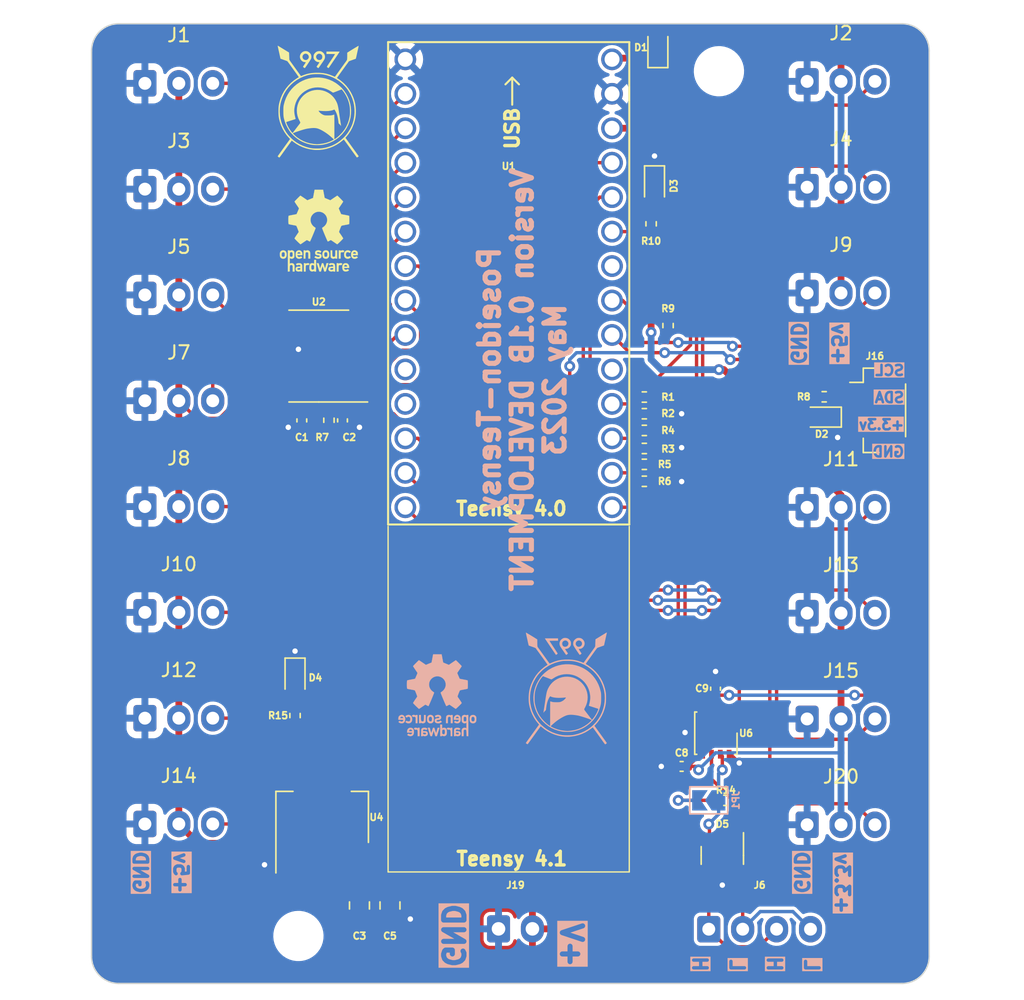
<source format=kicad_pcb>
(kicad_pcb (version 20221018) (generator pcbnew)
  (layers (0 "F.Cu" signal) (1 "In1.Cu" power) (2 "In2.Cu" power) (31 "B.Cu" signal) (34 "B.Paste" user) (35 "F.Paste" user) (36 "B.SilkS" user "B.Silkscreen") (37 "F.SilkS" user "F.Silkscreen") (38 "B.Mask" user) (39 "F.Mask" user) (44 "Edge.Cuts" user))
  (net 0 "")
  (net 1 "GND")
  (net 2 "+5V")
  (net 3 "+3.3V")
  (net 4 "CANL")
  (net 5 "CANH")
  (net 6 "TXCAN")
  (net 7 "RXCAN")
  (net 8 "5GPIO0")
  (net 9 "5GPIO4")
  (net 10 "5GPIO1")
  (net 11 "5GPIO5")
  (net 12 "5GPIO2")
  (net 13 "5GPIO6")
  (net 14 "5GPIO3")
  (net 15 "5GPIO7")
  (net 16 "SCL")
  (net 17 "SDA")
  (net 18 "3GPIO7")
  (net 19 "3GPIO6")
  (net 20 "3GPIO5")
  (net 21 "VIN")
  (net 22 "5ADC0")
  (net 23 "5ADC1")
  (net 24 "5ADC2")
  (net 25 "3ADC0")
  (net 26 "3ADC1")
  (net 27 "3ADC2")
  (net 28 "Net-(D1-K)")
  (net 29 "Net-(D2-K)")
  (net 30 "Net-(D3-A)")
  (net 31 "Net-(D4-A)")
  (net 32 "Net-(JP1-B)")
  (net 33 "Net-(U2-OE)")
  (net 34 "Net-(U1-21_A7_RX5_BCLK1)")
  (net 39 "3GPIO8")
  (net 40 "3GPIO10")
  (net 41 "3GPIO9")
  (net 42 "3GPIO4")
  (net 43 "3GPIO3")
  (net 44 "3GPIO2")
  (net 45 "3GPIO1")
  (net 46 "3GPIO0")
  (net 47 "3GPIO11")
  (footprint "Resistor_SMD:R_0402_1005Metric" (layer "F.Cu") (at 137.25 101.48 180)
    (fp_text reference "R4")
    (fp_text value "1.5k" hide)
  )
  (footprint "Connector_JST:JST_XH_B3B-XH-A_1x03_P2.50mm_Vertical" (layer "F.Cu") (at 149.25 130.55)
    (fp_text reference "J20")
    (fp_text value "Conn_01x03" hide)
  )
  (footprint "MountingHole:MountingHole_3.2mm_M3" (layer "F.Cu") (at 142.75 75)
    (fp_text reference "REF**" hide)
    (fp_text value "MountingHole_3.2mm_M3" hide)
  )
  (footprint "Diode_SMD:D_0603_1608Metric" (layer "F.Cu") (at 138.25 73.25 90)
    (fp_text reference "D1")
    (fp_text value "D_Schottky" hide)
  )
  (footprint "LED_SMD:LED_0603_1608Metric" (layer "F.Cu") (at 111.5 119.75 -90)
    (fp_text reference "D4")
    (fp_text value "LED" hide)
  )
  (footprint "Connector_JST:JST_XH_B3B-XH-A_1x03_P2.50mm_Vertical" (layer "F.Cu") (at 100.433645 130.493662)
    (fp_text reference "J14")
    (fp_text value "Conn_01x03" hide)
  )
  (footprint "Resistor_SMD:R_0402_1005Metric" (layer "F.Cu") (at 137.25 103.98 180)
    (fp_text reference "R5")
    (fp_text value "1.5k" hide)
  )
  (footprint "Package_SO:TSSOP-20_4.4x6.5mm_P0.65mm" (layer "F.Cu") (at 113.25 96 180)
    (fp_text reference "U2")
    (fp_text value "TXB0108DQSR" hide)
  )
  (footprint "Package_DFN_QFN:DFN-8-1EP_3x3mm_P0.65mm_EP1.55x2.4mm" (layer "F.Cu") (at 142.525 123.8 -90)
    (fp_text reference "U6")
    (fp_text value "MCP2542FDxMF" hide)
  )
  (footprint "MountingHole:MountingHole_3.2mm_M3" (layer "F.Cu") (at 111.75 138.75)
    (fp_text reference "REF**" hide)
    (fp_text value "MountingHole_3.2mm_M3" hide)
  )
  (footprint "teensy:Teensy40" (layer "F.Cu") (at 127.25 90.635 -90)
    (fp_text reference "U1")
    (fp_text value "Teensy4.0" hide)
  )
  (footprint "Connector_JST:JST_SH_BM04B-SRSS-TB_1x04-1MP_P1.00mm_Vertical" (layer "F.Cu") (at 154.5 100 -90)
    (fp_text reference "J16")
    (fp_text value "Conn_01x04" hide)
  )
  (footprint "Package_TO_SOT_SMD:SOT-223-3_TabPin2" (layer "F.Cu") (at 113.5 130 90)
    (fp_text reference "U4")
    (fp_text value "NCP1117-5.0_SOT223" hide)
  )
  (footprint "Capacitor_SMD:C_0805_2012Metric" (layer "F.Cu") (at 118.5 136.5 -90)
    (fp_text reference "C5")
    (fp_text value "10 uF" hide)
  )
  (footprint "Connector_JST:JST_XH_B3B-XH-A_1x03_P2.50mm_Vertical" (layer "F.Cu") (at 149.25 107.15)
    (fp_text reference "J11")
    (fp_text value "Conn_01x03" hide)
  )
  (footprint "Connector_JST:JST_XH_B3B-XH-A_1x03_P2.50mm_Vertical" (layer "F.Cu") (at 149.25 91.35)
    (fp_text reference "J9")
    (fp_text value "Conn_01x03" hide)
  )
  (footprint "Capacitor_SMD:C_0402_1005Metric" (layer "F.Cu") (at 115 100.74052 -90)
    (fp_text reference "C2")
    (fp_text value "0.1 uF" hide)
  )
  (footprint "Resistor_SMD:R_0402_1005Metric" (layer "F.Cu") (at 150.51 99)
    (fp_text reference "R8")
    (fp_text value "10k" hide)
  )
  (footprint "Capacitor_SMD:C_0402_1005Metric" (layer "F.Cu") (at 142.5 120.52 -90)
    (fp_text reference "C9")
    (fp_text value "0.1 uF" hide)
  )
  (footprint "Connector_JST:JST_XH_B3B-XH-A_1x03_P2.50mm_Vertical" (layer "F.Cu") (at 100.433645 83.693662)
    (fp_text reference "J3")
    (fp_text value "Conn_01x03" hide)
  )
  (footprint "Connector_JST:JST_XH_B3B-XH-A_1x03_P2.50mm_Vertical" (layer "F.Cu") (at 100.433645 107.093662)
    (fp_text reference "J8")
    (fp_text value "Conn_01x03" hide)
  )
  (footprint "Connector_JST:JST_XH_B3B-XH-A_1x03_P2.50mm_Vertical" (layer "F.Cu") (at 149.25 83.55)
    (fp_text reference "J4")
    (fp_text value "Conn_01x03" hide)
  )
  (footprint "Connector_JST:JST_XH_B3B-XH-A_1x03_P2.50mm_Vertical" (layer "F.Cu") (at 100.433645 75.893662)
    (fp_text reference "J1")
    (fp_text value "Conn_01x03" hide)
  )
  (footprint "Package_TO_SOT_SMD:SOT-23" (layer "F.Cu") (at 143 132.8125 -90)
    (fp_text reference "D5")
    (fp_text value "NUP2105L" hide)
  )
  (footprint "Connector_JST:JST_XH_B2B-XH-A_1x02_P2.50mm_Vertical" (layer "F.Cu") (at 126.5 138.225)
    (fp_text reference "J19")
    (fp_text value "Conn_01x02" hide)
  )
  (footprint "Connector_JST:JST_XH_B3B-XH-A_1x03_P2.50mm_Vertical" (layer "F.Cu") (at 100.433645 99.293662)
    (fp_text reference "J7")
    (fp_text value "Conn_01x03" hide)
  )
  (footprint "Connector_JST:JST_XH_B3B-XH-A_1x03_P2.50mm_Vertical" (layer "F.Cu") (at 149.25 75.75)
    (fp_text reference "J2")
    (fp_text value "Conn_01x03" hide)
  )
  (footprint "Resistor_SMD:R_0402_1005Metric" (layer "F.Cu") (at 111.5 122.5 -90)
    (fp_text reference "R15")
    (fp_text value "300" hide)
  )
  (footprint "Resistor_SMD:R_0402_1005Metric" (layer "F.Cu") (at 114 100.73052 90)
    (fp_text reference "R7")
    (fp_text value "10k" hide)
  )
  (footprint "Resistor_SMD:R_0402_1005Metric" (layer "F.Cu") (at 137.25 100.25)
    (fp_text reference "R2")
    (fp_text value "2.7k" hide)
  )
  (footprint "Resistor_SMD:R_0402_1005Metric" (layer "F.Cu") (at 139 93.75 -90)
    (fp_text reference "R9")
    (fp_text value "10k" hide)
  )
  (footprint "Connector_JST:JST_XH_B3B-XH-A_1x03_P2.50mm_Vertical" (layer "F.Cu") (at 100.433645 122.693662)
    (fp_text reference "J12")
    (fp_text value "Conn_01x03" hide)
  )
  (footprint "Connector_JST:JST_XH_B3B-XH-A_1x03_P2.50mm_Vertical" (layer "F.Cu") (at 149.25 114.95)
    (fp_text reference "J13")
    (fp_text value "Conn_01x03" hide)
  )
  (footprint "Connector_JST:JST_XH_B3B-XH-A_1x03_P2.50mm_Vertical" (layer "F.Cu") (at 149.25 122.75)
    (fp_text reference "J15")
    (fp_text value "Conn_01x03" hide)
  )
  (footprint "LED_SMD:LED_0603_1608Metric" (layer "F.Cu") (at 138 83.4625 -90)
    (fp_text reference "D3")
    (fp_text value "LED" hide)
  )
  (footprint "Capacitor_SMD:C_0402_1005Metric" (layer "F.Cu") (at 112 100.74052 -90)
    (fp_text reference "C1")
    (fp_text value "0.1 uF" hide)
  )
  (footprint "Diode_SMD:D_0603_1608Metric" (layer "F.Cu") (at 150.2875 100.5 180)
    (fp_text reference "D2")
    (fp_text value "D_Schottky" hide)
  )
  (footprint "Resistor_SMD:R_0402_1005Metric" (layer "F.Cu") (at 143.26 128.75)
    (fp_text reference "R14")
    (fp_text value "120" hide)
  )
  (footprint "Resistor_SMD:R_0402_1005Metric" (layer "F.Cu") (at 137.25 102.81)
    (fp_text reference "R3")
    (fp_text value "2.7k" hide)
  )
  (footprint "parts:997-big" (layer "F.Cu") (at 113.16271 76.75)
    (fp_text reference "1" hide)
    (fp_text value "LOGO" hide)
  )
  (footprint "Connector_JST:JST_XH_B3B-XH-A_1x03_P2.50mm_Vertical" (layer "F.Cu") (at 100.433645 114.893662)
    (fp_text reference "J10")
    (fp_text value "Conn_01x03" hide)
  )
  (footprint "Connector_JST:JST_XH_B3B-XH-A_1x03_P2.50mm_Vertical" (layer "F.Cu") (at 100.433645 91.493662)
    (fp_text reference "J5")
    (fp_text value "Conn_01x03" hide)
  )
  (footprint "Symbol:OSHW-Logo_5.7x6mm_SilkScreen" (layer "F.Cu") (at 113.25 86.75)
    (fp_text reference "oshw_f" hide)
    (fp_text value "OSHW-Logo_5.7x6mm_SilkScreen" hide)
  )
  (footprint "Capacitor_SMD:C_0402_1005Metric" (layer "F.Cu") (at 140 126.25 180)
    (fp_text reference "C8")
    (fp_text value "0.1 uF" hide)
  )
  (footprint "Capacitor_SMD:C_0805_2012Metric" (layer "F.Cu") (at 116.25 136.5 -90)
    (fp_text reference "C3")
    (fp_text value "10 uF" hide)
  )
  (footprint "Resistor_SMD:R_0402_1005Metric" (layer "F.Cu") (at 137.25 99.02 180)
    (fp_text reference "R1")
    (fp_text value "1.5k" hide)
  )
  (footprint "Resistor_SMD:R_0402_1005Metric" (layer "F.Cu") (at 137.25 105.23)
    (fp_text reference "R6")
    (fp_text value "2.7k" hide)
  )
  (footprint "Resistor_SMD:R_0402_1005Metric" (layer "F.Cu") (at 137.75 86.25 -90)
    (fp_text reference "R10")
    (fp_text value "300" hide)
  )
  (footprint "Connector_JST:JST_XH_B4B-XH-A_1x04_P2.50mm_Vertical" (layer "F.Cu") (at 142 138.25)
    (fp_text reference "J6")
    (fp_text value "Conn_01x04" hide)
  )
  (footprint "Jumper:SolderJumper-2_P1.3mm_Open_TrianglePad1.0x1.5mm" (layer "B.Cu") (at 142 128.75 180)
    (fp_text reference "JP1")
    (fp_text value "Jumper_2_Open" hide)
  )
  (footprint "parts:997-big" (layer "B.Cu") (at 131.543646 120.006338 180)
    (fp_text reference "2" hide)
    (fp_text value "LOGO" hide)
  )
  (footprint "Symbol:OSHW-Logo_5.7x6mm_SilkScreen" (layer "B.Cu") (at 122 121 180)
    (fp_text reference "oshw_b" hide)
    (fp_text value "OSHW-Logo_5.7x6mm_SilkScreen" hide)
  )
  (gr_line (start 118.36 108.55) (end 118.36 134.03) (stroke (width 0.1)) (layer "F.SilkS"))
  (gr_line (start 136.14 108.55) (end 136.14 134.03) (stroke (width 0.1)) (layer "F.SilkS"))
  (gr_line (start 127.51 75.47) (end 128.01 75.97) (stroke (width 0.15)) (layer "F.SilkS"))
  (gr_line (start 136.14 134.03) (end 118.36 134.03) (stroke (width 0.1)) (layer "F.SilkS"))
  (gr_line (start 127.51 77.47) (end 127.51 75.47) (stroke (width 0.15)) (layer "F.SilkS"))
  (gr_line (start 127.51 75.47) (end 127.01 75.97) (stroke (width 0.15)) (layer "F.SilkS"))
  (gr_line (start 158.25 73.5) (end 158.25 140.25) (stroke (width 0.1)) (layer "Edge.Cuts"))
  (gr_arc (start 98.5 142.25) (mid 97.085786 141.664214) (end 96.5 140.25) (stroke (width 0.1)) (layer "Edge.Cuts"))
  (gr_line (start 96.5 140.25) (end 96.5 73.5) (stroke (width 0.1)) (layer "Edge.Cuts"))
  (gr_arc (start 156.25 71.5) (mid 157.664214 72.085786) (end 158.25 73.5) (stroke (width 0.1)) (layer "Edge.Cuts"))
  (gr_arc (start 96.5 73.5) (mid 97.085786 72.085786) (end 98.5 71.5) (stroke (width 0.1)) (layer "Edge.Cuts"))
  (gr_line (start 98.5 71.5) (end 156.25 71.5) (stroke (width 0.1)) (layer "Edge.Cuts"))
  (gr_line (start 156.25 142.25) (end 98.5 142.25) (stroke (width 0.1)) (layer "Edge.Cuts"))
  (gr_arc (start 158.25 140.25) (mid 157.664214 141.664214) (end 156.25 142.25) (stroke (width 0.1)) (layer "Edge.Cuts"))
  (gr_text "L" (at 149 141.5 270) (layer "B.SilkS" knockout) (effects (font (size 1 1) (thickness 0.25) bold) (justify left bottom mirror)))
  (gr_text "+5v" (at 102.5 135.75 270) (layer "B.SilkS" knockout) (effects (font (size 1 1) (thickness 0.25) bold) (justify left bottom mirror)))
  (gr_text "H" (at 140.75 141.5 270) (layer "B.SilkS" knockout) (effects (font (size 1 1) (thickness 0.25) bold) (justify left bottom mirror)))
  (gr_text "+3.3v" (at 151.25 137.25 270) (layer "B.SilkS" knockout) (effects (font (size 1 1) (thickness 0.25) bold) (justify left bottom mirror)))
  (gr_text "GND" (at 148.25 135.75 270) (layer "B.SilkS" knockout) (effects (font (size 1 1) (thickness 0.25) bold) (justify left bottom mirror)))
  (gr_text "SDA" (at 156.5 99.5) (layer "B.SilkS" knockout) (effects (font (size 0.75 0.75) (thickness 0.1875) bold) (justify left bottom mirror)))
  (gr_text "GND" (at 122.25 141.25 270) (layer "B.SilkS" knockout) (effects (font (size 1.5 1.5) (thickness 0.375) bold) (justify left bottom mirror)))
  (gr_text "+5v" (at 151 96.75 270) (layer "B.SilkS" knockout) (effects (font (size 1 1) (thickness 0.25) bold) (justify left bottom mirror)))
  (gr_text "H" (at 146.25 141.5 270) (layer "B.SilkS" knockout) (effects (font (size 1 1) (thickness 0.25) bold) (justify left bottom mirror)))
  (gr_text "SCL" (at 156.5 97.5) (layer "B.SilkS" knockout) (effects (font (size 0.75 0.75) (thickness 0.1875) bold) (justify left bottom mirror)))
  (gr_text "Poseidon-Teensy\nVersion 0.1B DEVELOPMENT\nMay 2023" (at 128.25 97.75 90) (layer "B.SilkS") (effects (font (size 1.5 1.5) (thickness 0.375)) (justify mirror)))
  (gr_text "GND" (at 99.5 135.75 270) (layer "B.SilkS" knockout) (effects (font (size 1 1) (thickness 0.25) bold) (justify left bottom mirror)))
  (gr_text "+V" (at 131 141.25 270) (layer "B.SilkS" knockout) (effects (font (size 1.5 1.5) (thickness 0.375) bold) (justify left bottom mirror)))
  (gr_text "GND" (at 148 96.75 270) (layer "B.SilkS" knockout) (effects (font (size 1 1) (thickness 0.25) bold) (justify left bottom mirror)))
  (gr_text "L" (at 143.5 141.5 270) (layer "B.SilkS" knockout) (effects (font (size 1 1) (thickness 0.25) bold) (justify left bottom mirror)))
  (gr_text "+3.3v" (at 156.5 101.5) (layer "B.SilkS" knockout) (effects (font (size 0.75 0.75) (thickness 0.1875) bold) (justify left bottom mirror)))
  (gr_text "GND" (at 156.5 103.5) (layer "B.SilkS" knockout) (effects (font (size 0.75 0.75) (thickness 0.1875) bold) (justify left bottom mirror)))
  (gr_text "USB" (at 127.51 79.22 90) (layer "F.SilkS") (effects (font (size 1 1) (thickness 0.25))))
  (gr_text "Teensy 4.0" (at 127.45 107.25) (layer "F.SilkS") (effects (font (size 1 1) (thickness 0.25))))
  (gr_text "Teensy 4.1" (at 127.48 133.06) (layer "F.SilkS") (effects (font (size 1 1) (thickness 0.25))))
  (segment (start 111.2 133.15) (end 109.6 133.15) (width 0.5) (layer "F.Cu") (net 1))
  (segment (start 142.85 123.475) (end 142.525 123.8) (width 0.25) (layer "F.Cu") (net 1))
  (segment (start 140.3 123.8) (end 140.25 123.75) (width 0.25) (layer "F.Cu") (net 1))
  (segment (start 137.76 102.81) (end 139.94 102.81) (width 0.25) (layer "F.Cu") (net 1))
  (segment (start 143.6 125.35) (end 144.25 126) (width 0.25) (layer "F.Cu") (net 1))
  (segment (start 152 101.5) (end 151.5 102) (width 0.25) (layer "F.Cu") (net 1))
  (segment (start 137.76 105.23) (end 139.98 105.23) (width 0.25) (layer "F.Cu") (net 1))
  (segment (start 119.95 137.45) (end 120 137.5) (width 0.5) (layer "F.Cu") (net 1))
  (segment (start 143 133.75) (end 143 135) (width 0.25) (layer "F.Cu") (net 1))
  (segment (start 112 101.22052) (end 111.02948 101.22052) (width 0.25) (layer "F.Cu") (net 1))
  (segment (start 109.6 133.15) (end 109.25 133.5) (width 0.5) (layer "F.Cu") (net 1))
  (segment (start 142.85 122.25) (end 142.85 123.475) (width 0.25) (layer "F.Cu") (net 1))
  (segment (start 111.5 118.9625) (end 111.5 117.75) (width 0.25) (layer "F.Cu") (net 1))
  (segment (start 111.575 95.675) (end 111.75 95.5) (width 0.25) (layer "F.Cu") (net 1))
  (segment (start 139.52 126.25) (end 138.5 126.25) (width 0.25) (layer "F.Cu") (net 1))
  (segment (start 137.76 100.25) (end 140 100.25) (width 0.25) (layer "F.Cu") (net 1))
  (segment (start 142.5 120.04) (end 142.5 119.25) (width 0.25) (layer "F.Cu") (net 1))
  (segment (start 116.22052 101.22052) (end 116.25 101.25) (width 0.25) (layer "F.Cu") (net 1))
  (segment (start 115 101.22052) (end 116.22052 101.22052) (width 0.25) (layer "F.Cu") (net 1))
  (segment (start 153.175 101.5) (end 152 101.5) (width 0.25) (layer "F.Cu") (net 1))
  (segment (start 142.525 123.8) (end 140.3 123.8) (width 0.25) (layer "F.Cu") (net 1))
  (segment (start 139.98 105.23) (end 140 105.25) (width 0.25) (layer "F.Cu") (net 1))
  (segment (start 111.02948 101.22052) (end 111 101.25) (width 0.25) (layer "F.Cu") (net 1))
  (segment (start 118.5 137.45) (end 119.95 137.45) (width 0.5) (layer "F.Cu") (net 1))
  (segment (start 139.94 102.81) (end 140 102.75) (width 0.25) (layer "F.Cu") (net 1))
  (segment (start 138 82.675) (end 138 81.25) (width 0.25) (layer "F.Cu") (net 1))
  (segment (start 116.25 137.45) (end 118.5 137.45) (width 0.5) (layer "F.Cu") (net 1))
  (segment (start 110.3875 95.675) (end 111.575 95.675) (width 0.25) (layer "F.Cu") (net 1))
  (segment (start 143.5 125.35) (end 143.6 125.35) (width 0.25) (layer "F.Cu") (net 1))
  (via (at 109.25 133.5) (size 0.8) (drill 0.4) (layers "F.Cu" "B.Cu") (net 1))
  (via (at 138 81.25) (size 0.8) (drill 0.4) (layers "F.Cu" "B.Cu") (net 1))
  (via (at 111.75 95.5) (size 0.8) (drill 0.4) (layers "F.Cu" "B.Cu") (net 1))
  (via (at 111 101.25) (size 0.8) (drill 0.4) (layers "F.Cu" "B.Cu") (net 1))
  (via (at 111.5 117.75) (size 0.8) (drill 0.4) (layers "F.Cu" "B.Cu") (net 1))
  (via (at 151.5 102) (size 0.8) (drill 0.4) (layers "F.Cu" "B.Cu") (net 1))
  (via (at 140 102.75) (size 0.8) (drill 0.4) (layers "F.Cu" "B.Cu") (net 1))
  (via (at 140.25 123.75) (size 0.8) (drill 0.4) (layers "F.Cu" "B.Cu") (net 1))
  (via (at 138.5 126.25) (size 0.8) (drill 0.4) (layers "F.Cu" "B.Cu") (net 1))
  (via (at 143 135) (size 0.8) (drill 0.4) (layers "F.Cu" "B.Cu") (net 1))
  (via (at 140 100.25) (size 0.8) (drill 0.4) (layers "F.Cu" "B.Cu") (net 1))
  (via (at 142.5 119.25) (size 0.8) (drill 0.4) (layers "F.Cu" "B.Cu") (net 1))
  (via (at 144.25 126) (size 0.8) (drill 0.4) (layers "F.Cu" "B.Cu") (net 1))
  (via (at 140 105.25) (size 0.8) (drill 0.4) (layers "F.Cu" "B.Cu") (net 1))
  (via (at 116.25 101.25) (size 0.8) (drill 0.4) (layers "F.Cu" "B.Cu") (net 1))
  (via (at 120 137.5) (size 0.8) (drill 0.4) (layers "F.Cu" "B.Cu") (net 1))
  (segment (start 107.25 99.264008) (end 107.25 97.25) (width 0.25) (layer "F.Cu") (net 2))
  (segment (start 134.5 129.75) (end 116.5 129.75) (width 0.5) (layer "F.Cu") (net 2))
  (segment (start 156.25 121) (end 156.25 105) (width 0.5) (layer "F.Cu") (net 2))
  (segment (start 102.933645 107.093662) (end 102.933645 114.893662) (width 0.5) (layer "F.Cu") (net 2))
  (segment (start 150.7125 72.4625) (end 151.75 73.5) (width 0.5) (layer "F.Cu") (net 2))
  (segment (start 157.25 104) (end 157.25 91) (width 0.5) (layer "F.Cu") (net 2))
  (segment (start 151.75 91.35) (end 151.75 89.5) (width 0.5) (layer "F.Cu") (net 2))
  (segment (start 102.933645 130.493662) (end 104.358645 131.918662) (width 0.5) (layer "F.Cu") (net 2))
  (segment (start 154.75 141) (end 156.25 139.5) (width 0.5) (layer "F.Cu") (net 2))
  (segment (start 111.076041 96.325) (end 110.3875 96.325) (width 0.25) (layer "F.Cu") (net 2))
  (segment (start 102.933645 91.493662) (end 102.933645 99.293662) (width 0.5) (layer "F.Cu") (net 2))
  (segment (start 102.933645 114.893662) (end 102.933645 122.693662) (width 0.5) (layer "F.Cu") (net 2))
  (segment (start 108.175 96.325) (end 110.3875 96.325) (width 0.25) (layer "F.Cu") (net 2))
  (segment (start 155.75 89.5) (end 151.75 89.5) (width 0.5) (layer "F.Cu") (net 2))
  (segment (start 142.5 121) (end 143.5 121) (width 0.25) (layer "F.Cu") (net 2))
  (segment (start 151.75 89.5) (end 151.75 83.55) (width 0.5) (layer "F.Cu") (net 2))
  (segment (start 114.25 135.55) (end 113.5 134.8) (width 0.5) (layer "F.Cu") (net 2))
  (segment (start 102.933645 75.893662) (end 102.933645 83.693662) (width 0.5) (layer "F.Cu") (net 2))
  (segment (start 142.2 122.25) (end 142.2 121.3) (width 0.25) (layer "F.Cu") (net 2))
  (segment (start 142.2 121.3) (end 142.5 121) (width 0.25) (layer "F.Cu") (net 2))
  (segment (start 102.933645 122.693662) (end 102.933645 130.493662) (width 0.5) (layer "F.Cu") (net 2))
  (segment (start 137 141) (end 135.75 139.75) (width 0.5) (layer "F.Cu") (net 2))
  (segment (start 112 97.248959) (end 111.076041 96.325) (width 0.25) (layer "F.Cu") (net 2))
  (segment (start 135.75 139.75) (end 135.75 131) (width 0.5) (layer "F.Cu") (net 2))
  (segment (start 116.25 135.55) (end 114.25 135.55) (width 0.5) (layer "F.Cu") (net 2))
  (segment (start 104.233645 100.593662) (end 105.920346 100.593662) (width 0.25) (layer "F.Cu") (net 2))
  (segment (start 151.75 73.5) (end 151.75 75.75) (width 0.5) (layer "F.Cu") (net 2))
  (segment (start 112 100.26052) (end 112 97.248959) (width 0.25) (layer "F.Cu") (net 2))
  (segment (start 102.933645 99.293662) (end 104.233645 100.593662) (width 0.25) (layer "F.Cu") (net 2))
  (segment (start 156.25 139.5) (end 156.25 121) (width 0.5) (layer "F.Cu") (net 2))
  (segment (start 104.358645 131.918662) (end 108.581338 131.918662) (width 0.5) (layer "F.Cu") (net 2))
  (segment (start 135.75 132.25) (end 135.75 131) (width 0.5) (layer "F.Cu") (net 2))
  (segment (start 137 141) (end 154.75 141) (width 0.5) (layer "F.Cu") (net 2))
  (segment (start 156.25 105) (end 157.25 104) (width 0.5) (layer "F.Cu") (net 2))
  (segment (start 108.581338 131.918662) (end 110.75 129.75) (width 0.5) (layer "F.Cu") (net 2))
  (segment (start 157.25 91) (end 155.75 89.5) (width 0.5) (layer "F.Cu") (net 2))
  (segment (start 113.5 133.15) (end 113.5 134.8) (width 0.5) (layer "F.Cu") (net 2))
  (segment (start 135.75 139.25) (end 135.75 132.25) (width 0.5) (layer "F.Cu") (net 2))
  (segment (start 134.5 129.75) (end 135.75 131) (width 0.5) (layer "F.Cu") (net 2))
  (segment (start 102.933645 99.293662) (end 102.933645 107.093662) (width 0.5) (layer "F.Cu") (net 2))
  (segment (start 102.933645 83.693662) (end 102.933645 91.493662) (width 0.5) (layer "F.Cu") (net 2))
  (segment (start 138.25 72.4625) (end 150.7125 72.4625) (width 0.5) (layer "F.Cu") (net 2))
  (segment (start 152.75 121) (end 156.25 121) (width 0.25) (layer "F.Cu") (net 2))
  (segment (start 107.25 97.25) (end 108.175 96.325) (width 0.25) (layer "F.Cu") (net 2))
  (segment (start 105.920346 100.593662) (end 107.25 99.264008) (width 0.25) (layer "F.Cu") (net 2))
  (via (at 143.5 121) (size 0.8) (drill 0.4) (layers "F.Cu" "B.Cu") (net 2))
  (via (at 152.75 121) (size 0.8) (drill 0.4) (layers "F.Cu" "B.Cu") (net 2))
  (segment (start 151.75 83.55) (end 151.75 75.75) (width 0.5) (layer "B.Cu") (net 2))
  (segment (start 143.5 121) (end 152.75 121) (width 0.25) (layer "B.Cu") (net 2))
  (segment (start 149.5 99.5) (end 150 99) (width 0.25) (layer "F.Cu") (net 3))
  (segment (start 115 96.748959) (end 115.423959 96.325) (width 0.25) (layer "F.Cu") (net 3))
  (segment (start 131.75 100.25) (end 131.75 96.75) (width 0.25) (layer "F.Cu") (net 3))
  (segment (start 139.5 80) (end 138.705 79.205) (width 0.5) (layer "F.Cu") (net 3))
  (segment (start 144.5 98.382214) (end 143.117786 97) (width 0.5) (layer "F.Cu") (net 3))
  (segment (start 151.75 106.25) (end 150.25 104.75) (width 0.5) (layer "F.Cu") (net 3))
  (segment (start 137.75 94.25) (end 137.75 93.25) (width 0.5) (layer "F.Cu") (net 3))
  (segment (start 140.48 126.25) (end 141 126.25) (width 0.25) (layer "F.Cu") (net 3))
  (segment (start 150.25 104.75) (end 145.75 104.75) (width 0.5) (layer "F.Cu") (net 3))
  (segment (start 115 100.26052) (end 118.774529 100.26052) (width 0.25) (layer "F.Cu") (net 3))
  (segment (start 141.55 125.35) (end 141.38 125.35) (width 0.25) (layer "F.Cu") (net 3))
  (segment (start 143.117786 97) (end 142.75 97) (width 0.5) (layer "F.Cu") (net 3))
  (segment (start 115 100.26052) (end 115 96.748959) (width 0.25) (layer "F.Cu") (net 3))
  (segment (start 149.5 100.5) (end 144.5 100.5) (width 0.25) (layer "F.Cu") (net 3))
  (segment (start 137.75 93.25) (end 137.75 89) (width 0.5) (layer "F.Cu") (net 3))
  (segment (start 114 101.24052) (end 114.98 100.26052) (width 0.25) (layer "F.Cu") (net 3))
  (segment (start 141 126.25) (end 141.25 126.5) (width 0.25) (layer "F.Cu") (net 3))
  (segment (start 131.25 100.75) (end 131.75 100.25) (width 0.25) (layer "F.Cu") (net 3))
  (segment (start 118.774529 100.26052) (end 119.264009 100.75) (width 0.25) (layer "F.Cu") (net 3))
  (segment (start 144.5 100.5) (end 144.5 98.382214) (width 0.5) (layer "F.Cu") (net 3))
  (segment (start 139 93.24) (end 137.76 93.24) (width 0.25) (layer "F.Cu") (net 3))
  (segment (start 151.75 107.15) (end 151.75 106.25) (width 0.5) (layer "F.Cu") (net 3))
  (segment (start 141.38 125.35) (end 140.48 126.25) (width 0.25) (layer "F.Cu") (net 3))
  (segment (start 145.75 104.75) (end 144.5 103.5) (width 0.5) (layer "F.Cu") (net 3))
  (segment (start 137.75 89) (end 139.5 87.25) (width 0.5) (layer "F.Cu") (net 3))
  (segment (start 137.76 93.24) (end 137.75 93.25) (width 0.25) (layer "F.Cu") (net 3))
  (segment (start 149.5 100.5) (end 149.5 99.5) (width 0.25) (layer "F.Cu") (net 3))
  (segment (start 119.264009 100.75) (end 131.25 100.75) (width 0.25) (layer "F.Cu") (net 3))
  (segment (start 115.423959 96.325) (end 116.1125 96.325) (width 0.25) (layer "F.Cu") (net 3))
  (segment (start 139.5 87.25) (end 139.5 80) (width 0.5) (layer "F.Cu") (net 3))
  (segment (start 151.75 122.75) (end 151.75 114.95) (width 0.5) (layer "F.Cu") (net 3))
  (segment (start 144.5 103.5) (end 144.5 100.5) (width 0.5) (layer "F.Cu") (net 3))
  (segment (start 138.705 79.205) (end 134.87 79.205) (width 0.5) (layer "F.Cu") (net 3))
  (via (at 131.75 96.75) (size 0.8) (drill 0.4) (layers "F.Cu" "B.Cu") (net 3))
  (via (at 142.75 97) (size 0.8) (drill 0.4) (layers "F.Cu" "B.Cu") (net 3))
  (via (at 141.25 126.5) (size 0.8) (drill 0.4) (layers "F.Cu" "B.Cu") (net 3))
  (via (at 137.75 94.25) (size 0.8) (drill 0.4) (layers "F.Cu" "B.Cu") (net 3))
  (segment (start 151.75 107.15) (end 151.75 114.95) (width 0.5) (layer "B.Cu") (net 3))
  (segment (start 138.5 97) (end 142.75 97) (width 0.5) (layer "B.Cu") (net 3))
  (segment (start 142.5 125.25) (end 151.75 125.25) (width 0.25) (layer "B.Cu") (net 3))
  (segment (start 137.75 95.75) (end 137.75 94.25) (width 0.5) (layer "B.Cu") (net 3))
  (segment (start 141.25 126.5) (end 142.5 125.25) (width 0.25) (layer "B.Cu") (net 3))
  (segment (start 132.25 95.75) (end 131.75 96.25) (width 0.25) (layer "B.Cu") (net 3))
  (segment (start 131.75 96.25) (end 131.75 96.75) (width 0.25) (layer "B.Cu") (net 3))
  (segment (start 132.25 95.75) (end 137.75 95.75) (width 0.25) (layer "B.Cu") (net 3))
  (segment (start 151.75 125.25) (end 151.75 130.55) (width 0.5) (layer "B.Cu") (net 3))
  (segment (start 138.5 97) (end 137.75 96.25) (width 0.5) (layer "B.Cu") (net 3))
  (segment (start 151.75 122.75) (end 151.75 125.25) (width 0.5) (layer "B.Cu") (net 3))
  (segment (start 137.75 96.25) (end 137.75 95.75) (width 0.5) (layer "B.Cu") (net 3))
  (segment (start 143.77 128.75) (end 143.77 131.695) (width 0.25) (layer "F.Cu") (net 4))
  (segment (start 143.95 131.875) (end 144.5 132.425) (width 0.25) (layer "F.Cu") (net 4))
  (segment (start 144.5 132.425) (end 144.5 138.25) (width 0.25) (layer "F.Cu") (net 4))
  (segment (start 143.77 128.75) (end 142.2 127.18) (width 0.25) (layer "F.Cu") (net 4))
  (segment (start 142.2 127.18) (end 142.2 125.35) (width 0.25) (layer "F.Cu") (net 4))
  (segment (start 143.77 131.695) (end 143.95 131.875) (width 0.25) (layer "F.Cu") (net 4))
  (segment (start 148.2 136.95) (end 149.5 138.25) (width 0.25) (layer "B.Cu") (net 4))
  (segment (start 144.5 138.25) (end 145.8 136.95) (width 0.25) (layer "B.Cu") (net 4))
  (segment (start 145.8 136.95) (end 148.2 136.95) (width 0.25) (layer "B.Cu") (net 4))
  (segment (start 143 126.5) (end 143 125.5) (width 0.25) (layer "F.Cu") (net 5))
  (segment (start 143.3 139.55) (end 145.7 139.55) (width 0.25) (layer "F.Cu") (net 5))
  (segment (start 142 138.25) (end 143.3 139.55) (width 0.25) (layer "F.Cu") (net 5))
  (segment (start 143 125.5) (end 142.85 125.35) (width 0.25) (layer "F.Cu") (net 5))
  (segment (start 142 138.25) (end 142 131.925) (width 0.25) (layer "F.Cu") (net 5))
  (segment (start 145.7 139.55) (end 147 138.25) (width 0.25) (layer "F.Cu") (net 5))
  (segment (start 142.05 131.875) (end 142.05 130.55) (width 0.25) (layer "F.Cu") (net 5))
  (segment (start 142.05 130.55) (end 142 130.5) (width 0.25) (layer "F.Cu") (net 5))
  (segment (start 142 131.925) (end 142.05 131.875) (width 0.25) (layer "F.Cu") (net 5))
  (via (at 142 130.5) (size 0.8) (drill 0.4) (layers "F.Cu" "B.Cu") (net 5))
  (via (at 143 126.5) (size 0.8) (drill 0.4) (layers "F.Cu" "B.Cu") (net 5))
  (segment (start 142.725 126.775) (end 143 126.5) (width 0.25) (layer "B.Cu") (net 5))
  (segment (start 142 130.5) (end 142.725 129.775) (width 0.25) (layer "B.Cu") (net 5))
  (segment (start 142.725 128.75) (end 142.725 126.775) (width 0.25) (layer "B.Cu") (net 5))
  (segment (start 142.725 129.775) (end 142.725 128.75) (width 0.25) (layer "B.Cu") (net 5))
  (segment (start 144.25 121.5) (end 143.5 122.25) (width 0.25) (layer "F.Cu") (net 6))
  (segment (start 139.25 108.5) (end 140.25 109.5) (width 0.25) (layer "F.Cu") (net 6))
  (segment (start 144.25 119.5) (end 144.25 121.5) (width 0.25) (layer "F.Cu") (net 6))
  (segment (start 143 118.25) (end 144.25 119.5) (width 0.25) (layer "F.Cu") (net 6))
  (segment (start 133.25 85) (end 133.25 108) (width 0.25) (layer "F.Cu") (net 6))
  (segment (start 133.25 108) (end 133.75 108.5) (width 0.25) (layer "F.Cu") (net 6))
  (segment (start 140.25 117.25) (end 141.25 118.25) (width 0.25) (layer "F.Cu") (net 6))
  (segment (start 133.965 84.285) (end 133.25 85) (width 0.25) (layer "F.Cu") (net 6))
  (segment (start 133.75 108.5) (end 139.25 108.5) (width 0.25) (layer "F.Cu") (net 6))
  (segment (start 140.25 109.5) (end 140.25 117.25) (width 0.25) (layer "F.Cu") (net 6))
  (segment (start 141.25 118.25) (end 143 118.25) (width 0.25) (layer "F.Cu") (net 6))
  (segment (start 134.87 84.285) (end 133.965 84.285) (width 0.25) (layer "F.Cu") (net 6))
  (segment (start 139.75 120.5) (end 139.75 109.75) (width 0.25) (layer "F.Cu") (net 7))
  (segment (start 133.5 109) (end 132.75 108.25) (width 0.25) (layer "F.Cu") (net 7))
  (segment (start 139.75 109.75) (end 139 109) (width 0.25) (layer "F.Cu") (net 7))
  (segment (start 132.75 82.5) (end 133.505 81.745) (width 0.25) (layer "F.Cu") (net 7))
  (segment (start 141.55 122.25) (end 141.5 122.25) (width 0.25) (layer "F.Cu") (net 7))
  (segment (start 139 109) (end 133.5 109) (width 0.25) (layer "F.Cu") (net 7))
  (segment (start 141.5 122.25) (end 139.75 120.5) (width 0.25) (layer "F.Cu") (net 7))
  (segment (start 132.75 108.25) (end 132.75 82.5) (width 0.25) (layer "F.Cu") (net 7))
  (segment (start 133.505 81.745) (end 134.87 81.745) (width 0.25) (layer "F.Cu") (net 7))
  (segment (start 108.143662 75.893662) (end 105.433645 75.893662) (width 0.25) (layer "F.Cu") (net 8))
  (segment (start 110.3875 93.075) (end 109.25 91.9375) (width 0.25) (layer "F.Cu") (net 8))
  (segment (start 109.25 91.9375) (end 109.25 77) (width 0.25) (layer "F.Cu") (net 8))
  (segment (start 109.25 77) (end 108.143662 75.893662) (width 0.25) (layer "F.Cu") (net 8))
  (segment (start 105.433645 107.093662) (end 107.156338 107.093662) (width 0.25) (layer "F.Cu") (net 9))
  (segment (start 107.75 106.5) (end 107.75 97.75) (width 0.25) (layer "F.Cu") (net 9))
  (segment (start 107.75 97.75) (end 108.525 96.975) (width 0.25) (layer "F.Cu") (net 9))
  (segment (start 107.156338 107.093662) (end 107.75 106.5) (width 0.25) (layer "F.Cu") (net 9))
  (segment (start 108.525 96.975) (end 110.3875 96.975) (width 0.25) (layer "F.Cu") (net 9))
  (segment (start 105.433645 83.693662) (end 107.943662 83.693662) (width 0.25) (layer "F.Cu") (net 10))
  (segment (start 108.75 92.776041) (end 109.698959 93.725) (width 0.25) (layer "F.Cu") (net 10))
  (segment (start 109.698959 93.725) (end 110.3875 93.725) (width 0.25) (layer "F.Cu") (net 10))
  (segment (start 108.75 84.5) (end 108.75 92.776041) (width 0.25) (layer "F.Cu") (net 10))
  (segment (start 107.943662 83.693662) (end 108.75 84.5) (width 0.25) (layer "F.Cu") (net 10))
  (segment (start 107.356338 114.893662) (end 108.25 114) (width 0.25) (layer "F.Cu") (net 11))
  (segment (start 108.25 114) (end 108.25 98.5) (width 0.25) (layer "F.Cu") (net 11))
  (segment (start 105.433645 114.893662) (end 107.356338 114.893662) (width 0.25) (layer "F.Cu") (net 11))
  (segment (start 109.125 97.625) (end 110.3875 97.625) (width 0.25) (layer "F.Cu") (net 11))
  (segment (start 108.25 98.5) (end 109.125 97.625) (width 0.25) (layer "F.Cu") (net 11))
  (segment (start 110.3875 94.375) (end 109.286701 94.375) (width 0.25) (layer "F.Cu") (net 12))
  (segment (start 109.286701 94.375) (end 109.236701 94.325) (width 0.25) (layer "F.Cu") (net 12))
  (segment (start 108.139983 94.325) (end 105.433645 91.618662) (width 0.25) (layer "F.Cu") (net 12))
  (segment (start 109.236701 94.325) (end 108.139983 94.325) (width 0.25) (layer "F.Cu") (net 12))
  (segment (start 108.75 122) (end 108.75 99.223959) (width 0.25) (layer "F.Cu") (net 13))
  (segment (start 108.056338 122.693662) (end 108.75 122) (width 0.25) (layer "F.Cu") (net 13))
  (segment (start 105.433645 122.693662) (end 108.056338 122.693662) (width 0.25) (layer "F.Cu") (net 13))
  (segment (start 109.698959 98.275) (end 110.3875 98.275) (width 0.25) (layer "F.Cu") (net 13))
  (segment (start 108.75 99.223959) (end 109.698959 98.275) (width 0.25) (layer "F.Cu") (net 13))
  (segment (start 105.433645 96.54105) (end 106.949695 95.025) (width 0.25) (layer "F.Cu") (net 14))
  (segment (start 106.949695 95.025) (end 110.3875 95.025) (width 0.25) (layer "F.Cu") (net 14))
  (segment (start 105.433645 99.293662) (end 105.433645 96.54105) (width 0.25) (layer "F.Cu") (net 14))
  (segment (start 109.25 99.75) (end 109.25 129.75) (width 0.25) (layer "F.Cu") (net 15))
  (segment (start 109.25 129.75) (end 108.506338 130.493662) (width 0.25) (layer "F.Cu") (net 15))
  (segment (start 108.506338 130.493662) (end 105.433645 130.493662) (width 0.25) (layer "F.Cu") (net 15))
  (segment (start 110.075 98.925) (end 109.25 99.75) (width 0.25) (layer "F.Cu") (net 15))
  (segment (start 151.26 95.25) (end 152.25 95.25) (width 0.25) (layer "F.Cu") (net 16))
  (segment (start 136.25 92.5) (end 135.655 91.905) (width 0.25) (layer "F.Cu") (net 16))
  (segment (start 135.655 91.905) (end 134.87 91.905) (width 0.25) (layer "F.Cu") (net 16))
  (segment (start 139 94.26) (end 139 95) (width 0.25) (layer "F.Cu") (net 16))
  (segment (start 136.25 94.25) (end 136.25 92.5) (width 0.25) (layer "F.Cu") (net 16))
  (segment (start 139.75 95) (end 139 95) (width 0.25) (layer "F.Cu") (net 16))
  (segment (start 139 95) (end 137 95) (width 0.25) (layer "F.Cu") (net 16))
  (segment (start 137 95) (end 136.25 94.25) (width 0.25) (layer "F.Cu") (net 16))
  (segment (start 153.175 96.175) (end 153.175 98.5) (width 0.25) (layer "F.Cu") (net 16))
  (segment (start 152.25 95.25) (end 153.175 96.175) (width 0.25) (layer "F.Cu") (net 16))
  (segment (start 143.750153 95.275153) (end 151.234847 95.275153) (width 0.25) (layer "F.Cu") (net 16))
  (via (at 143.750153 95.275153) (size 0.8) (drill 0.4) (layers "F.Cu" "B.Cu") (net 16))
  (via (at 139.75 95) (size 0.8) (drill 0.4) (layers "F.Cu" "B.Cu") (net 16))
  (segment (start 139.75 95) (end 143.475 95) (width 0.25) (layer "B.Cu") (net 16))
  (segment (start 143.475 95) (end 143.750153 95.275153) (width 0.25) (layer "B.Cu") (net 16))
  (segment (start 153.175 99.5) (end 151.52 99.5) (width 0.25) (layer "F.Cu") (net 17))
  (segment (start 151.52 99.5) (end 151.02 99) (width 0.25) (layer "F.Cu") (net 17))
  (segment (start 150.5 96.25) (end 143.591198 96.25) (width 0.25) (layer "F.Cu") (net 17))
  (segment (start 138.75 95.75) (end 136.175 95.75) (width 0.25) (layer "F.Cu") (net 17))
  (segment (start 143.591198 96.25) (end 143.580533 96.260665) (width 0.25) (layer "F.Cu") (net 17))
  (segment (start 151.02 96.77) (end 150.5 96.25) (width 0.25) (layer "F.Cu") (net 17))
  (segment (start 151.02 99) (end 151.02 96.77) (width 0.25) (layer "F.Cu") (net 17))
  (segment (start 136.175 95.75) (end 134.87 94.445) (width 0.25) (layer "F.Cu") (net 17))
  (via (at 138.75 95.75) (size 0.8) (drill 0.4) (layers "F.Cu" "B.Cu") (net 17))
  (via (at 143.580533 96.260665) (size 0.8) (drill 0.4) (layers "F.Cu" "B.Cu") (net 17))
  (segment (start 138.75 95.75) (end 143.069868 95.75) (width 0.25) (layer "B.Cu") (net 17))
  (segment (start 143.069868 95.75) (end 143.580533 96.260665) (width 0.25) (layer "B.Cu") (net 17))
  (segment (start 121.25 90) (end 121.25 97) (width 0.25) (layer "F.Cu") (net 18))
  (segment (start 118.349009 98.925) (end 116.1125 98.925) (width 0.25) (layer "F.Cu") (net 18))
  (segment (start 119.63 89.365) (end 120.615 89.365) (width 0.25) (layer "F.Cu") (net 18))
  (segment (start 121.25 97) (end 120.14 98.11) (width 0.25) (layer "F.Cu") (net 18))
  (segment (start 120.14 98.11) (end 119.164009 98.11) (width 0.25) (layer "F.Cu") (net 18))
  (segment (start 120.615 89.365) (end 121.25 90) (width 0.25) (layer "F.Cu") (net 18))
  (segment (start 119.164009 98.11) (end 118.349009 98.925) (width 0.25) (layer "F.Cu") (net 18))
  (segment (start 118.2 96.8) (end 119.43 95.57) (width 0.25) (layer "F.Cu") (net 19))
  (segment (start 119.43 95.57) (end 120.18 95.57) (width 0.25) (layer "F.Cu") (net 19))
  (segment (start 120.755 94.995) (end 120.755 93.03) (width 0.25) (layer "F.Cu") (net 19))
  (segment (start 118.2 97.3) (end 118.2 96.8) (width 0.25) (layer "F.Cu") (net 19))
  (segment (start 116.1125 98.275) (end 117.225 98.275) (width 0.25) (layer "F.Cu") (net 19))
  (segment (start 120.755 93.03) (end 119.63 91.905) (width 0.25) (layer "F.Cu") (net 19))
  (segment (start 120.18 95.57) (end 120.755 94.995) (width 0.25) (layer "F.Cu") (net 19))
  (segment (start 117.225 98.275) (end 118.2 97.3) (width 0.25) (layer "F.Cu") (net 19))
  (segment (start 119.055 94.445) (end 117.75 95.75) (width 0.25) (layer "F.Cu") (net 20))
  (segment (start 117.75 95.75) (end 117.75 96.676041) (width 0.25) (layer "F.Cu") (net 20))
  (segment (start 116.801041 97.625) (end 117.75 96.676041) (width 0.25) (layer "F.Cu") (net 20))
  (segment (start 116.1125 97.625) (end 116.801041 97.625) (width 0.25) (layer "F.Cu") (net 20))
  (segment (start 154.25 91.35) (end 152.35 93.25) (width 0.25) (layer "F.Cu") (net 22))
  (segment (start 141.55 102.95) (end 140.52 103.98) (width 0.25) (layer "F.Cu") (net 22))
  (segment (start 142.863604 93.25) (end 141.55 94.563604) (width 0.25) (layer "F.Cu") (net 22))
  (segment (start 141.55 94.563604) (end 141.55 102.95) (width 0.25) (layer "F.Cu") (net 22))
  (segment (start 140.52 103.98) (end 137.76 103.98) (width 0.25) (layer "F.Cu") (net 22))
  (segment (start 152.35 93.25) (end 142.863604 93.25) (width 0.25) (layer "F.Cu") (net 22))
  (segment (start 141.1 83.15) (end 141.1 100.65) (width 0.25) (layer "F.Cu") (net 23))
  (segment (start 140.27 101.48) (end 137.76 101.48) (width 0.25) (layer "F.Cu") (net 23))
  (segment (start 154.25 83.55) (end 152.7 82) (width 0.25) (layer "F.Cu") (net 23))
  (segment (start 141.1 100.65) (end 140.27 101.48) (width 0.25) (layer "F.Cu") (net 23))
  (segment (start 152.7 82) (end 142.25 82) (width 0.25) (layer "F.Cu") (net 23))
  (segment (start 142.25 82) (end 141.1 83.15) (width 0.25) (layer "F.Cu") (net 23))
  (segment (start 140.65 78.825) (end 141.975 77.5) (width 0.25) (layer "F.Cu") (net 24))
  (segment (start 141.975 77.5) (end 152.5 77.5) (width 0.25) (layer "F.Cu") (net 24))
  (segment (start 137.76 98.080812) (end 137.76 99.02) (width 0.25) (layer "F.Cu") (net 24))
  (segment (start 140.65 95.190812) (end 137.76 98.080812) (width 0.25) (layer "F.Cu") (net 24))
  (segment (start 140.65 95.190812) (end 140.65 78.825) (width 0.25) (layer "F.Cu") (net 24))
  (segment (start 154.25 75.75) (end 152.5 77.5) (width 0.25) (layer "F.Cu") (net 24))
  (segment (start 136.74 103.98) (end 136.74 104.51) (width 0.25) (layer "F.Cu") (net 25))
  (segment (start 134.87 104.605) (end 136.645 104.605) (width 0.25) (layer "F.Cu") (net 25))
  (segment (start 136.645 104.605) (end 136.74 104.51) (width 0.25) (layer "F.Cu") (net 25))
  (segment (start 136.74 104.51) (end 136.74 105.23) (width 0.25) (layer "F.Cu") (net 25))
  (segment (start 134.87 102.065) (end 136.685 102.065) (width 0.25) (layer "F.Cu") (net 26))
  (segment (start 136.74 102.81) (end 136.74 102.01) (width 0.25) (layer "F.Cu") (net 26))
  (segment (start 136.74 102.01) (end 136.74 101.48) (width 0.25) (layer "F.Cu") (net 26))
  (segment (start 136.685 102.065) (end 136.74 102.01) (width 0.25) (layer "F.Cu") (net 26))
  (segment (start 136.74 98.75) (end 136.74 99.49) (width 0.25) (layer "F.Cu") (net 27))
  (segment (start 134.87 99.525) (end 136.705 99.525) (width 0.25) (layer "F.Cu") (net 27))
  (segment (start 136.705 99.525) (end 136.74 99.49) (width 0.25) (layer "F.Cu") (net 27))
  (segment (start 136.74 99.49) (end 136.74 100.25) (width 0.25) (layer "F.Cu") (net 27))
  (segment (start 138.25 74.0375) (end 134.9575 74.0375) (width 0.5) (layer "F.Cu") (net 28))
  (segment (start 153.175 100.5) (end 151.075 100.5) (width 0.5) (layer "F.Cu") (net 29))
  (segment (start 137.75 85.74) (end 137.75 84.5) (width 0.25) (layer "F.Cu") (net 30))
  (segment (start 111.5 121.99) (end 111.5 120.5375) (width 0.25) (layer "F.Cu") (net 31))
  (segment (start 142.75 128.75) (end 139.75 128.75) (width 0.25) (layer "F.Cu") (net 32))
  (via (at 139.75 128.75) (size 0.8) (drill 0.4) (layers "F.Cu" "B.Cu") (net 32))
  (segment (start 139.75 128.75) (end 141.275 128.75) (width 0.25) (layer "B.Cu") (net 32))
  (segment (start 114 100.22052) (end 114 97.098959) (width 0.25) (layer "F.Cu") (net 33))
  (segment (start 114 97.098959) (end 115.423959 95.675) (width 0.25) (layer "F.Cu") (net 33))
  (segment (start 115.423959 95.675) (end 116.1125 95.675) (width 0.25) (layer "F.Cu") (net 33))
  (segment (start 137.685 86.825) (end 134.87 86.825) (width 0.25) (layer "F.Cu") (net 34))
  (segment (start 146.5 128.25) (end 146.5 115.25) (width 0.25) (layer "F.Cu") (net 39))
  (segment (start 147.25 129) (end 152.75 129) (width 0.25) (layer "F.Cu") (net 39))
  (segment (start 154.25 130.5) (end 152.75 129) (width 0.25) (layer "F.Cu") (net 39))
  (segment (start 122.25 114.75) (end 120.5 113) (width 0.25) (layer "F.Cu") (net 39))
  (segment (start 139 114.75) (end 122.25 114.75) (width 0.25) (layer "F.Cu") (net 39))
  (segment (start 147.25 129) (end 146.5 128.25) (width 0.25) (layer "F.Cu") (net 39))
  (segment (start 120.5 108.015) (end 119.63 107.145) (width 0.25) (layer "F.Cu") (net 39))
  (segment (start 120.5 113) (end 120.5 108.015) (width 0.25) (layer "F.Cu") (net 39))
  (segment (start 141.5 114.75) (end 146 114.75) (width 0.25) (layer "F.Cu") (net 39))
  (segment (start 146.5 115.25) (end 146 114.75) (width 0.25) (layer "F.Cu") (net 39))
  (via (at 141.5 114.75) (size 0.8) (drill 0.4) (layers "F.Cu" "B.Cu") (net 39))
  (via (at 139 114.75) (size 0.8) (drill 0.4) (layers "F.Cu" "B.Cu") (net 39))
  (segment (start 139 114.75) (end 141.5 114.75) (width 0.25) (layer "B.Cu") (net 39))
  (segment (start 122.25 113.25) (end 121.5 112.5) (width 0.25) (layer "F.Cu") (net 40))
  (segment (start 120.565 102.065) (end 119.63 102.065) (width 0.25) (layer "F.Cu") (net 40))
  (segment (start 139 113.25) (end 122.25 113.25) (width 0.25) (layer "F.Cu") (net 40))
  (segment (start 121.5 112.5) (end 121.5 103) (width 0.25) (layer "F.Cu") (net 40))
  (segment (start 154.25 114.95) (end 152.55 113.25) (width 0.25) (layer "F.Cu") (net 40))
  (segment (start 121.5 103) (end 120.565 102.065) (width 0.25) (layer "F.Cu") (net 40))
  (segment (start 152.55 113.25) (end 141.5 113.25) (width 0.25) (layer "F.Cu") (net 40))
  (via (at 139 113.25) (size 0.8) (drill 0.4) (layers "F.Cu" "B.Cu") (net 40))
  (via (at 141.5 113.25) (size 0.8) (drill 0.4) (layers "F.Cu" "B.Cu") (net 40))
  (segment (start 141.5 113.25) (end 139 113.25) (width 0.25) (layer "B.Cu") (net 40))
  (segment (start 152.75 124.25) (end 147.75 124.25) (width 0.25) (layer "F.Cu") (net 41))
  (segment (start 154.25 122.75) (end 152.75 124.25) (width 0.25) (layer "F.Cu") (net 41))
  (segment (start 138.25 114) (end 122.25 114) (width 0.25) (layer "F.Cu") (net 41))
  (segment (start 121 112.75) (end 121 105.975) (width 0.25) (layer "F.Cu") (net 41))
  (segment (start 147 123.5) (end 147 114.5) (width 0.25) (layer "F.Cu") (net 41))
  (segment (start 121 105.975) (end 119.63 104.605) (width 0.25) (layer "F.Cu") (net 41))
  (segment (start 146.5 114) (end 142.25 114) (width 0.25) (layer "F.Cu") (net 41))
  (segment (start 147 114.5) (end 146.5 114) (width 0.25) (layer "F.Cu") (net 41))
  (segment (start 147.75 124.25) (end 147 123.5) (width 0.25) (layer "F.Cu") (net 41))
  (segment (start 122.25 114) (end 121 112.75) (width 0.25) (layer "F.Cu") (net 41))
  (via (at 142.25 114) (size 0.8) (drill 0.4) (layers "F.Cu" "B.Cu") (net 41))
  (via (at 138.25 114) (size 0.8) (drill 0.4) (layers "F.Cu" "B.Cu") (net 41))
  (segment (start 138.25 114) (end 142.25 114) (width 0.25) (layer "B.Cu") (net 41))
  (segment (start 116.801041 96.975) (end 117.175 96.601041) (width 0.25) (layer "F.Cu") (net 42))
  (segment (start 118 88.455) (end 119.63 86.825) (width 0.25) (layer "F.Cu") (net 42))
  (segment (start 116.1125 96.975) (end 116.801041 96.975) (width 0.25) (layer "F.Cu") (net 42))
  (segment (start 117.175 95.347792) (end 118.525 93.997792) (width 0.25) (layer "F.Cu") (net 42))
  (segment (start 118 91.665812) (end 118 88.455) (width 0.25) (layer "F.Cu") (net 42))
  (segment (start 117.175 96.601041) (end 117.175 95.347792) (width 0.25) (layer "F.Cu") (net 42))
  (segment (start 118.525 93.997792) (end 118.524998 92.19081) (width 0.25) (layer "F.Cu") (net 42))
  (segment (start 118.524998 92.19081) (end 118 91.665812) (width 0.25) (layer "F.Cu") (net 42))
  (segment (start 117.55 91.852208) (end 118.074998 92.377206) (width 0.25) (layer "F.Cu") (net 43))
  (segment (start 116.861396 95.025) (end 116.1125 95.025) (width 0.25) (layer "F.Cu") (net 43))
  (segment (start 119.63 84.285) (end 117.55 86.365) (width 0.25) (layer "F.Cu") (net 43))
  (segment (start 118.074998 92.377206) (end 118.074998 93.811398) (width 0.25) (layer "F.Cu") (net 43))
  (segment (start 117.55 86.365) (end 117.55 91.852208) (width 0.25) (layer "F.Cu") (net 43))
  (segment (start 118.074998 93.811398) (end 116.861396 95.025) (width 0.25) (layer "F.Cu") (net 43))
  (segment (start 116.1125 94.375) (end 116.875 94.375) (width 0.25) (layer "F.Cu") (net 44))
  (segment (start 117.624998 93.625002) (end 117.624998 92.563602) (width 0.25) (layer "F.Cu") (net 44))
  (segment (start 116.875 94.375) (end 117.624998 93.625002) (width 0.25) (layer "F.Cu") (net 44))
  (segment (start 117.1 92.038604) (end 117.1 84.275) (width 0.25) (layer "F.Cu") (net 44))
  (segment (start 117.624998 92.563602) (end 117.1 92.038604) (width 0.25) (layer "F.Cu") (net 44))
  (segment (start 117.1 84.275) (end 119.63 81.745) (width 0.25) (layer "F.Cu") (net 44))
  (segment (start 116.55 92.125) (end 117.174999 92.749999) (width 0.25) (layer "F.Cu") (net 45))
  (segment (start 117.174999 92.749999) (end 117.174999 93.415813) (width 0.25) (layer "F.Cu") (net 45))
  (segment (start 116.55 82.285) (end 116.55 92.125) (width 0.25) (layer "F.Cu") (net 45))
  (segment (start 117.15 93.463604) (end 116.888604 93.725) (width 0.25) (layer "F.Cu") (net 45))
  (segment (start 117.174999 93.415813) (end 117.15 93.440812) (width 0.25) (layer "F.Cu") (net 45))
  (segment (start 117.15 93.440812) (end 117.15 93.463604) (width 0.25) (layer "F.Cu") (net 45))
  (segment (start 116.888604 93.725) (end 116.1125 93.725) (width 0.25) (layer "F.Cu") (net 45))
  (segment (start 119.63 79.205) (end 116.55 82.285) (width 0.25) (layer "F.Cu") (net 45))
  (segment (start 116.1 80.195) (end 119.63 76.665) (width 0.25) (layer "F.Cu") (net 46))
  (segment (start 116.1 93.0625) (end 116.1 80.195) (width 0.25) (layer "F.Cu") (net 46))
  (segment (start 152.65 108.75) (end 146.605 108.75) (width 0.25) (layer "F.Cu") (net 47))
  (segment (start 154.25 107.15) (end 152.65 108.75) (width 0.25) (layer "F.Cu") (net 47))
  (segment (start 146.605 108.75) (end 145 107.145) (width 0.25) (layer "F.Cu") (net 47))
  (segment (start 145 107.145) (end 134.87 107.145) (width 0.25) (layer "F.Cu") (net 47))
  (zone (net 2) (net_name "+5V") (layer "F.Cu") (priority 2) (connect_pads (clearance 0.25)) (min_thickness 0.254) (fill yes (thermal_gap 0.508) (thermal_bridge_width 0.508))
    (polygon (pts (xy 110.25 131) (xy 110.75 131.5) (xy 112 131.5) (xy 112.5 132) (xy 112.5 133.75) (xy 113 134.25) (xy 114 134.25) (xy 114.5 133.816246) (xy 114.5 132) (xy 115 131.5) (xy 117 131.5) (xy 117.5 131) (xy 117.5 123) (xy 117 122.5) (xy 110.75 122.5) (xy 110.25 123)))
  )
  (zone (net 21) (net_name "VIN") (layer "F.Cu") (priority 1) (connect_pads (clearance 0.25)) (min_thickness 0.25) (fill yes (thermal_gap 0.5) (thermal_bridge_width 0.5))
    (polygon (pts (xy 117.25 134.5) (xy 117.5 134.75) (xy 117.5 141) (xy 118 141.5) (xy 133.5 141.5) (xy 134 141) (xy 134 132.25) (xy 133.5 131.75) (xy 115.25 131.75) (xy 114.75 132.25) (xy 114.75 134) (xy 115.25 134.5)))
  )
  (zone (net 1) (net_name "GND") (layer "B.Cu") (connect_pads (clearance 0.25)) (min_thickness 0.254) (fill yes (thermal_gap 0.508) (thermal_bridge_width 0.508))
    (polygon (pts (xy 165.25 143.5) (xy 89.75 143.25) (xy 89.75 69.75) (xy 165.25 70)))
  )
)
</source>
